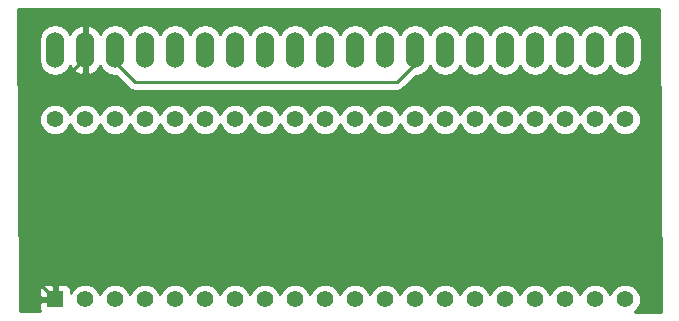
<source format=gbl>
G04 (created by PCBNEW (2013-07-07 BZR 4022)-stable) date 2/28/2015 2:35:59 PM*
%MOIN*%
G04 Gerber Fmt 3.4, Leading zero omitted, Abs format*
%FSLAX34Y34*%
G01*
G70*
G90*
G04 APERTURE LIST*
%ADD10C,0.00590551*%
%ADD11O,0.06X0.12*%
%ADD12R,0.055X0.055*%
%ADD13C,0.055*%
%ADD14C,0.01*%
G04 APERTURE END LIST*
G54D10*
G54D11*
X44834Y-38090D03*
X45834Y-38090D03*
X46834Y-38090D03*
X47834Y-38090D03*
X48834Y-38090D03*
X49834Y-38090D03*
X50834Y-38090D03*
X51834Y-38090D03*
X52834Y-38090D03*
X53834Y-38090D03*
X54834Y-38090D03*
X55834Y-38090D03*
X56834Y-38090D03*
X57834Y-38090D03*
X58834Y-38090D03*
X59834Y-38090D03*
X60834Y-38090D03*
X61834Y-38090D03*
X62834Y-38090D03*
X63834Y-38090D03*
G54D12*
X44834Y-46410D03*
G54D13*
X45834Y-46410D03*
X46834Y-46410D03*
X47834Y-46410D03*
X48834Y-46410D03*
X49834Y-46410D03*
X50834Y-46410D03*
X51834Y-46410D03*
X52834Y-46410D03*
X53834Y-46410D03*
X54834Y-46410D03*
X55834Y-46410D03*
X56834Y-46410D03*
X57834Y-46410D03*
X58834Y-46410D03*
X59834Y-46410D03*
X60834Y-46410D03*
X61834Y-46410D03*
X62834Y-46410D03*
X63834Y-46410D03*
X63834Y-40410D03*
X62834Y-40410D03*
X61834Y-40410D03*
X60834Y-40410D03*
X59834Y-40410D03*
X58834Y-40410D03*
X57834Y-40410D03*
X56834Y-40410D03*
X55834Y-40410D03*
X54834Y-40410D03*
X53834Y-40410D03*
X52834Y-40410D03*
X51834Y-40410D03*
X50834Y-40410D03*
X49834Y-40410D03*
X48834Y-40410D03*
X47834Y-40410D03*
X46834Y-40410D03*
X45834Y-40410D03*
X44834Y-40410D03*
G54D14*
X56834Y-38090D02*
X56834Y-38554D01*
X46834Y-38508D02*
X46834Y-38090D01*
X47490Y-39164D02*
X46834Y-38508D01*
X56224Y-39164D02*
X47490Y-39164D01*
X56834Y-38554D02*
X56224Y-39164D01*
X45834Y-38090D02*
X45834Y-38356D01*
X44124Y-45700D02*
X44834Y-46410D01*
X44124Y-40066D02*
X44124Y-45700D01*
X45834Y-38356D02*
X44124Y-40066D01*
G54D10*
G36*
X65044Y-46824D02*
X64384Y-46824D01*
X64384Y-38406D01*
X64384Y-37773D01*
X64342Y-37562D01*
X64222Y-37384D01*
X64044Y-37265D01*
X63834Y-37223D01*
X63623Y-37265D01*
X63445Y-37384D01*
X63334Y-37550D01*
X63222Y-37384D01*
X63044Y-37265D01*
X62834Y-37223D01*
X62623Y-37265D01*
X62445Y-37384D01*
X62334Y-37550D01*
X62222Y-37384D01*
X62044Y-37265D01*
X61834Y-37223D01*
X61623Y-37265D01*
X61445Y-37384D01*
X61334Y-37550D01*
X61222Y-37384D01*
X61044Y-37265D01*
X60834Y-37223D01*
X60623Y-37265D01*
X60445Y-37384D01*
X60334Y-37550D01*
X60222Y-37384D01*
X60044Y-37265D01*
X59834Y-37223D01*
X59623Y-37265D01*
X59445Y-37384D01*
X59334Y-37550D01*
X59222Y-37384D01*
X59044Y-37265D01*
X58834Y-37223D01*
X58623Y-37265D01*
X58445Y-37384D01*
X58334Y-37550D01*
X58222Y-37384D01*
X58044Y-37265D01*
X57834Y-37223D01*
X57623Y-37265D01*
X57445Y-37384D01*
X57334Y-37550D01*
X57222Y-37384D01*
X57044Y-37265D01*
X56834Y-37223D01*
X56623Y-37265D01*
X56445Y-37384D01*
X56334Y-37550D01*
X56222Y-37384D01*
X56044Y-37265D01*
X55834Y-37223D01*
X55623Y-37265D01*
X55445Y-37384D01*
X55334Y-37550D01*
X55222Y-37384D01*
X55044Y-37265D01*
X54834Y-37223D01*
X54623Y-37265D01*
X54445Y-37384D01*
X54334Y-37550D01*
X54222Y-37384D01*
X54044Y-37265D01*
X53834Y-37223D01*
X53623Y-37265D01*
X53445Y-37384D01*
X53334Y-37550D01*
X53222Y-37384D01*
X53044Y-37265D01*
X52834Y-37223D01*
X52623Y-37265D01*
X52445Y-37384D01*
X52334Y-37550D01*
X52222Y-37384D01*
X52044Y-37265D01*
X51834Y-37223D01*
X51623Y-37265D01*
X51445Y-37384D01*
X51334Y-37550D01*
X51222Y-37384D01*
X51044Y-37265D01*
X50834Y-37223D01*
X50623Y-37265D01*
X50445Y-37384D01*
X50334Y-37550D01*
X50222Y-37384D01*
X50044Y-37265D01*
X49834Y-37223D01*
X49623Y-37265D01*
X49445Y-37384D01*
X49334Y-37550D01*
X49222Y-37384D01*
X49044Y-37265D01*
X48834Y-37223D01*
X48623Y-37265D01*
X48445Y-37384D01*
X48334Y-37550D01*
X48222Y-37384D01*
X48044Y-37265D01*
X47834Y-37223D01*
X47623Y-37265D01*
X47445Y-37384D01*
X47334Y-37550D01*
X47222Y-37384D01*
X47044Y-37265D01*
X46834Y-37223D01*
X46623Y-37265D01*
X46445Y-37384D01*
X46329Y-37556D01*
X46322Y-37533D01*
X46187Y-37365D01*
X45998Y-37262D01*
X45969Y-37256D01*
X45884Y-37305D01*
X45884Y-38040D01*
X45891Y-38040D01*
X45891Y-38140D01*
X45884Y-38140D01*
X45884Y-38874D01*
X45969Y-38923D01*
X45998Y-38917D01*
X46187Y-38814D01*
X46322Y-38646D01*
X46329Y-38623D01*
X46445Y-38795D01*
X46623Y-38914D01*
X46834Y-38956D01*
X46854Y-38952D01*
X47277Y-39376D01*
X47277Y-39376D01*
X47375Y-39441D01*
X47490Y-39464D01*
X56224Y-39464D01*
X56224Y-39463D01*
X56338Y-39441D01*
X56338Y-39441D01*
X56436Y-39376D01*
X56860Y-38951D01*
X57044Y-38914D01*
X57222Y-38795D01*
X57334Y-38629D01*
X57445Y-38795D01*
X57623Y-38914D01*
X57834Y-38956D01*
X58044Y-38914D01*
X58222Y-38795D01*
X58334Y-38629D01*
X58445Y-38795D01*
X58623Y-38914D01*
X58834Y-38956D01*
X59044Y-38914D01*
X59222Y-38795D01*
X59334Y-38629D01*
X59445Y-38795D01*
X59623Y-38914D01*
X59834Y-38956D01*
X60044Y-38914D01*
X60222Y-38795D01*
X60334Y-38629D01*
X60445Y-38795D01*
X60623Y-38914D01*
X60834Y-38956D01*
X61044Y-38914D01*
X61222Y-38795D01*
X61334Y-38629D01*
X61445Y-38795D01*
X61623Y-38914D01*
X61834Y-38956D01*
X62044Y-38914D01*
X62222Y-38795D01*
X62334Y-38629D01*
X62445Y-38795D01*
X62623Y-38914D01*
X62834Y-38956D01*
X63044Y-38914D01*
X63222Y-38795D01*
X63334Y-38629D01*
X63445Y-38795D01*
X63623Y-38914D01*
X63834Y-38956D01*
X64044Y-38914D01*
X64222Y-38795D01*
X64342Y-38617D01*
X64384Y-38406D01*
X64384Y-46824D01*
X64162Y-46824D01*
X64278Y-46707D01*
X64358Y-46514D01*
X64359Y-46306D01*
X64359Y-40306D01*
X64279Y-40113D01*
X64131Y-39965D01*
X63938Y-39885D01*
X63730Y-39884D01*
X63537Y-39964D01*
X63389Y-40112D01*
X63333Y-40245D01*
X63279Y-40113D01*
X63131Y-39965D01*
X62938Y-39885D01*
X62730Y-39884D01*
X62537Y-39964D01*
X62389Y-40112D01*
X62333Y-40245D01*
X62279Y-40113D01*
X62131Y-39965D01*
X61938Y-39885D01*
X61730Y-39884D01*
X61537Y-39964D01*
X61389Y-40112D01*
X61333Y-40245D01*
X61279Y-40113D01*
X61131Y-39965D01*
X60938Y-39885D01*
X60730Y-39884D01*
X60537Y-39964D01*
X60389Y-40112D01*
X60333Y-40245D01*
X60279Y-40113D01*
X60131Y-39965D01*
X59938Y-39885D01*
X59730Y-39884D01*
X59537Y-39964D01*
X59389Y-40112D01*
X59333Y-40245D01*
X59279Y-40113D01*
X59131Y-39965D01*
X58938Y-39885D01*
X58730Y-39884D01*
X58537Y-39964D01*
X58389Y-40112D01*
X58333Y-40245D01*
X58279Y-40113D01*
X58131Y-39965D01*
X57938Y-39885D01*
X57730Y-39884D01*
X57537Y-39964D01*
X57389Y-40112D01*
X57333Y-40245D01*
X57279Y-40113D01*
X57131Y-39965D01*
X56938Y-39885D01*
X56730Y-39884D01*
X56537Y-39964D01*
X56389Y-40112D01*
X56333Y-40245D01*
X56279Y-40113D01*
X56131Y-39965D01*
X55938Y-39885D01*
X55730Y-39884D01*
X55537Y-39964D01*
X55389Y-40112D01*
X55333Y-40245D01*
X55279Y-40113D01*
X55131Y-39965D01*
X54938Y-39885D01*
X54730Y-39884D01*
X54537Y-39964D01*
X54389Y-40112D01*
X54333Y-40245D01*
X54279Y-40113D01*
X54131Y-39965D01*
X53938Y-39885D01*
X53730Y-39884D01*
X53537Y-39964D01*
X53389Y-40112D01*
X53333Y-40245D01*
X53279Y-40113D01*
X53131Y-39965D01*
X52938Y-39885D01*
X52730Y-39884D01*
X52537Y-39964D01*
X52389Y-40112D01*
X52333Y-40245D01*
X52279Y-40113D01*
X52131Y-39965D01*
X51938Y-39885D01*
X51730Y-39884D01*
X51537Y-39964D01*
X51389Y-40112D01*
X51333Y-40245D01*
X51279Y-40113D01*
X51131Y-39965D01*
X50938Y-39885D01*
X50730Y-39884D01*
X50537Y-39964D01*
X50389Y-40112D01*
X50333Y-40245D01*
X50279Y-40113D01*
X50131Y-39965D01*
X49938Y-39885D01*
X49730Y-39884D01*
X49537Y-39964D01*
X49389Y-40112D01*
X49333Y-40245D01*
X49279Y-40113D01*
X49131Y-39965D01*
X48938Y-39885D01*
X48730Y-39884D01*
X48537Y-39964D01*
X48389Y-40112D01*
X48333Y-40245D01*
X48279Y-40113D01*
X48131Y-39965D01*
X47938Y-39885D01*
X47730Y-39884D01*
X47537Y-39964D01*
X47389Y-40112D01*
X47333Y-40245D01*
X47279Y-40113D01*
X47131Y-39965D01*
X46938Y-39885D01*
X46730Y-39884D01*
X46537Y-39964D01*
X46389Y-40112D01*
X46333Y-40245D01*
X46279Y-40113D01*
X46131Y-39965D01*
X45938Y-39885D01*
X45784Y-39884D01*
X45784Y-38874D01*
X45784Y-38140D01*
X45776Y-38140D01*
X45776Y-38040D01*
X45784Y-38040D01*
X45784Y-37305D01*
X45698Y-37256D01*
X45669Y-37262D01*
X45480Y-37365D01*
X45345Y-37533D01*
X45338Y-37556D01*
X45222Y-37384D01*
X45044Y-37265D01*
X44834Y-37223D01*
X44623Y-37265D01*
X44445Y-37384D01*
X44325Y-37562D01*
X44284Y-37773D01*
X44284Y-38406D01*
X44325Y-38617D01*
X44445Y-38795D01*
X44623Y-38914D01*
X44834Y-38956D01*
X45044Y-38914D01*
X45222Y-38795D01*
X45338Y-38623D01*
X45345Y-38646D01*
X45480Y-38814D01*
X45669Y-38917D01*
X45698Y-38923D01*
X45784Y-38874D01*
X45784Y-39884D01*
X45730Y-39884D01*
X45537Y-39964D01*
X45389Y-40112D01*
X45333Y-40245D01*
X45279Y-40113D01*
X45131Y-39965D01*
X44938Y-39885D01*
X44730Y-39884D01*
X44537Y-39964D01*
X44389Y-40112D01*
X44309Y-40305D01*
X44308Y-40513D01*
X44388Y-40707D01*
X44536Y-40854D01*
X44729Y-40934D01*
X44937Y-40935D01*
X45131Y-40855D01*
X45278Y-40707D01*
X45334Y-40574D01*
X45388Y-40707D01*
X45536Y-40854D01*
X45729Y-40934D01*
X45937Y-40935D01*
X46131Y-40855D01*
X46278Y-40707D01*
X46334Y-40574D01*
X46388Y-40707D01*
X46536Y-40854D01*
X46729Y-40934D01*
X46937Y-40935D01*
X47131Y-40855D01*
X47278Y-40707D01*
X47334Y-40574D01*
X47388Y-40707D01*
X47536Y-40854D01*
X47729Y-40934D01*
X47937Y-40935D01*
X48131Y-40855D01*
X48278Y-40707D01*
X48334Y-40574D01*
X48388Y-40707D01*
X48536Y-40854D01*
X48729Y-40934D01*
X48937Y-40935D01*
X49131Y-40855D01*
X49278Y-40707D01*
X49334Y-40574D01*
X49388Y-40707D01*
X49536Y-40854D01*
X49729Y-40934D01*
X49937Y-40935D01*
X50131Y-40855D01*
X50278Y-40707D01*
X50334Y-40574D01*
X50388Y-40707D01*
X50536Y-40854D01*
X50729Y-40934D01*
X50937Y-40935D01*
X51131Y-40855D01*
X51278Y-40707D01*
X51334Y-40574D01*
X51388Y-40707D01*
X51536Y-40854D01*
X51729Y-40934D01*
X51937Y-40935D01*
X52131Y-40855D01*
X52278Y-40707D01*
X52334Y-40574D01*
X52388Y-40707D01*
X52536Y-40854D01*
X52729Y-40934D01*
X52937Y-40935D01*
X53131Y-40855D01*
X53278Y-40707D01*
X53334Y-40574D01*
X53388Y-40707D01*
X53536Y-40854D01*
X53729Y-40934D01*
X53937Y-40935D01*
X54131Y-40855D01*
X54278Y-40707D01*
X54334Y-40574D01*
X54388Y-40707D01*
X54536Y-40854D01*
X54729Y-40934D01*
X54937Y-40935D01*
X55131Y-40855D01*
X55278Y-40707D01*
X55334Y-40574D01*
X55388Y-40707D01*
X55536Y-40854D01*
X55729Y-40934D01*
X55937Y-40935D01*
X56131Y-40855D01*
X56278Y-40707D01*
X56334Y-40574D01*
X56388Y-40707D01*
X56536Y-40854D01*
X56729Y-40934D01*
X56937Y-40935D01*
X57131Y-40855D01*
X57278Y-40707D01*
X57334Y-40574D01*
X57388Y-40707D01*
X57536Y-40854D01*
X57729Y-40934D01*
X57937Y-40935D01*
X58131Y-40855D01*
X58278Y-40707D01*
X58334Y-40574D01*
X58388Y-40707D01*
X58536Y-40854D01*
X58729Y-40934D01*
X58937Y-40935D01*
X59131Y-40855D01*
X59278Y-40707D01*
X59334Y-40574D01*
X59388Y-40707D01*
X59536Y-40854D01*
X59729Y-40934D01*
X59937Y-40935D01*
X60131Y-40855D01*
X60278Y-40707D01*
X60334Y-40574D01*
X60388Y-40707D01*
X60536Y-40854D01*
X60729Y-40934D01*
X60937Y-40935D01*
X61131Y-40855D01*
X61278Y-40707D01*
X61334Y-40574D01*
X61388Y-40707D01*
X61536Y-40854D01*
X61729Y-40934D01*
X61937Y-40935D01*
X62131Y-40855D01*
X62278Y-40707D01*
X62334Y-40574D01*
X62388Y-40707D01*
X62536Y-40854D01*
X62729Y-40934D01*
X62937Y-40935D01*
X63131Y-40855D01*
X63278Y-40707D01*
X63334Y-40574D01*
X63388Y-40707D01*
X63536Y-40854D01*
X63729Y-40934D01*
X63937Y-40935D01*
X64131Y-40855D01*
X64278Y-40707D01*
X64358Y-40514D01*
X64359Y-40306D01*
X64359Y-46306D01*
X64279Y-46113D01*
X64131Y-45965D01*
X63938Y-45885D01*
X63730Y-45884D01*
X63537Y-45964D01*
X63389Y-46112D01*
X63333Y-46245D01*
X63279Y-46113D01*
X63131Y-45965D01*
X62938Y-45885D01*
X62730Y-45884D01*
X62537Y-45964D01*
X62389Y-46112D01*
X62333Y-46245D01*
X62279Y-46113D01*
X62131Y-45965D01*
X61938Y-45885D01*
X61730Y-45884D01*
X61537Y-45964D01*
X61389Y-46112D01*
X61333Y-46245D01*
X61279Y-46113D01*
X61131Y-45965D01*
X60938Y-45885D01*
X60730Y-45884D01*
X60537Y-45964D01*
X60389Y-46112D01*
X60333Y-46245D01*
X60279Y-46113D01*
X60131Y-45965D01*
X59938Y-45885D01*
X59730Y-45884D01*
X59537Y-45964D01*
X59389Y-46112D01*
X59333Y-46245D01*
X59279Y-46113D01*
X59131Y-45965D01*
X58938Y-45885D01*
X58730Y-45884D01*
X58537Y-45964D01*
X58389Y-46112D01*
X58333Y-46245D01*
X58279Y-46113D01*
X58131Y-45965D01*
X57938Y-45885D01*
X57730Y-45884D01*
X57537Y-45964D01*
X57389Y-46112D01*
X57333Y-46245D01*
X57279Y-46113D01*
X57131Y-45965D01*
X56938Y-45885D01*
X56730Y-45884D01*
X56537Y-45964D01*
X56389Y-46112D01*
X56333Y-46245D01*
X56279Y-46113D01*
X56131Y-45965D01*
X55938Y-45885D01*
X55730Y-45884D01*
X55537Y-45964D01*
X55389Y-46112D01*
X55333Y-46245D01*
X55279Y-46113D01*
X55131Y-45965D01*
X54938Y-45885D01*
X54730Y-45884D01*
X54537Y-45964D01*
X54389Y-46112D01*
X54333Y-46245D01*
X54279Y-46113D01*
X54131Y-45965D01*
X53938Y-45885D01*
X53730Y-45884D01*
X53537Y-45964D01*
X53389Y-46112D01*
X53333Y-46245D01*
X53279Y-46113D01*
X53131Y-45965D01*
X52938Y-45885D01*
X52730Y-45884D01*
X52537Y-45964D01*
X52389Y-46112D01*
X52333Y-46245D01*
X52279Y-46113D01*
X52131Y-45965D01*
X51938Y-45885D01*
X51730Y-45884D01*
X51537Y-45964D01*
X51389Y-46112D01*
X51333Y-46245D01*
X51279Y-46113D01*
X51131Y-45965D01*
X50938Y-45885D01*
X50730Y-45884D01*
X50537Y-45964D01*
X50389Y-46112D01*
X50333Y-46245D01*
X50279Y-46113D01*
X50131Y-45965D01*
X49938Y-45885D01*
X49730Y-45884D01*
X49537Y-45964D01*
X49389Y-46112D01*
X49333Y-46245D01*
X49279Y-46113D01*
X49131Y-45965D01*
X48938Y-45885D01*
X48730Y-45884D01*
X48537Y-45964D01*
X48389Y-46112D01*
X48333Y-46245D01*
X48279Y-46113D01*
X48131Y-45965D01*
X47938Y-45885D01*
X47730Y-45884D01*
X47537Y-45964D01*
X47389Y-46112D01*
X47333Y-46245D01*
X47279Y-46113D01*
X47131Y-45965D01*
X46938Y-45885D01*
X46730Y-45884D01*
X46537Y-45964D01*
X46389Y-46112D01*
X46333Y-46245D01*
X46279Y-46113D01*
X46131Y-45965D01*
X45938Y-45885D01*
X45730Y-45884D01*
X45537Y-45964D01*
X45389Y-46112D01*
X45359Y-46184D01*
X45359Y-46184D01*
X45358Y-46085D01*
X45320Y-45993D01*
X45250Y-45922D01*
X45158Y-45884D01*
X44946Y-45885D01*
X44884Y-45947D01*
X44884Y-46360D01*
X44891Y-46360D01*
X44891Y-46460D01*
X44884Y-46460D01*
X44884Y-46467D01*
X44784Y-46467D01*
X44784Y-46460D01*
X44784Y-46360D01*
X44784Y-45947D01*
X44721Y-45885D01*
X44509Y-45884D01*
X44417Y-45922D01*
X44347Y-45993D01*
X44309Y-46085D01*
X44308Y-46184D01*
X44309Y-46297D01*
X44371Y-46360D01*
X44784Y-46360D01*
X44784Y-46460D01*
X44371Y-46460D01*
X44309Y-46522D01*
X44308Y-46635D01*
X44309Y-46734D01*
X44340Y-46810D01*
X43669Y-46810D01*
X43589Y-36719D01*
X64979Y-36719D01*
X65044Y-46824D01*
X65044Y-46824D01*
G37*
G54D14*
X65044Y-46824D02*
X64384Y-46824D01*
X64384Y-38406D01*
X64384Y-37773D01*
X64342Y-37562D01*
X64222Y-37384D01*
X64044Y-37265D01*
X63834Y-37223D01*
X63623Y-37265D01*
X63445Y-37384D01*
X63334Y-37550D01*
X63222Y-37384D01*
X63044Y-37265D01*
X62834Y-37223D01*
X62623Y-37265D01*
X62445Y-37384D01*
X62334Y-37550D01*
X62222Y-37384D01*
X62044Y-37265D01*
X61834Y-37223D01*
X61623Y-37265D01*
X61445Y-37384D01*
X61334Y-37550D01*
X61222Y-37384D01*
X61044Y-37265D01*
X60834Y-37223D01*
X60623Y-37265D01*
X60445Y-37384D01*
X60334Y-37550D01*
X60222Y-37384D01*
X60044Y-37265D01*
X59834Y-37223D01*
X59623Y-37265D01*
X59445Y-37384D01*
X59334Y-37550D01*
X59222Y-37384D01*
X59044Y-37265D01*
X58834Y-37223D01*
X58623Y-37265D01*
X58445Y-37384D01*
X58334Y-37550D01*
X58222Y-37384D01*
X58044Y-37265D01*
X57834Y-37223D01*
X57623Y-37265D01*
X57445Y-37384D01*
X57334Y-37550D01*
X57222Y-37384D01*
X57044Y-37265D01*
X56834Y-37223D01*
X56623Y-37265D01*
X56445Y-37384D01*
X56334Y-37550D01*
X56222Y-37384D01*
X56044Y-37265D01*
X55834Y-37223D01*
X55623Y-37265D01*
X55445Y-37384D01*
X55334Y-37550D01*
X55222Y-37384D01*
X55044Y-37265D01*
X54834Y-37223D01*
X54623Y-37265D01*
X54445Y-37384D01*
X54334Y-37550D01*
X54222Y-37384D01*
X54044Y-37265D01*
X53834Y-37223D01*
X53623Y-37265D01*
X53445Y-37384D01*
X53334Y-37550D01*
X53222Y-37384D01*
X53044Y-37265D01*
X52834Y-37223D01*
X52623Y-37265D01*
X52445Y-37384D01*
X52334Y-37550D01*
X52222Y-37384D01*
X52044Y-37265D01*
X51834Y-37223D01*
X51623Y-37265D01*
X51445Y-37384D01*
X51334Y-37550D01*
X51222Y-37384D01*
X51044Y-37265D01*
X50834Y-37223D01*
X50623Y-37265D01*
X50445Y-37384D01*
X50334Y-37550D01*
X50222Y-37384D01*
X50044Y-37265D01*
X49834Y-37223D01*
X49623Y-37265D01*
X49445Y-37384D01*
X49334Y-37550D01*
X49222Y-37384D01*
X49044Y-37265D01*
X48834Y-37223D01*
X48623Y-37265D01*
X48445Y-37384D01*
X48334Y-37550D01*
X48222Y-37384D01*
X48044Y-37265D01*
X47834Y-37223D01*
X47623Y-37265D01*
X47445Y-37384D01*
X47334Y-37550D01*
X47222Y-37384D01*
X47044Y-37265D01*
X46834Y-37223D01*
X46623Y-37265D01*
X46445Y-37384D01*
X46329Y-37556D01*
X46322Y-37533D01*
X46187Y-37365D01*
X45998Y-37262D01*
X45969Y-37256D01*
X45884Y-37305D01*
X45884Y-38040D01*
X45891Y-38040D01*
X45891Y-38140D01*
X45884Y-38140D01*
X45884Y-38874D01*
X45969Y-38923D01*
X45998Y-38917D01*
X46187Y-38814D01*
X46322Y-38646D01*
X46329Y-38623D01*
X46445Y-38795D01*
X46623Y-38914D01*
X46834Y-38956D01*
X46854Y-38952D01*
X47277Y-39376D01*
X47277Y-39376D01*
X47375Y-39441D01*
X47490Y-39464D01*
X56224Y-39464D01*
X56224Y-39463D01*
X56338Y-39441D01*
X56338Y-39441D01*
X56436Y-39376D01*
X56860Y-38951D01*
X57044Y-38914D01*
X57222Y-38795D01*
X57334Y-38629D01*
X57445Y-38795D01*
X57623Y-38914D01*
X57834Y-38956D01*
X58044Y-38914D01*
X58222Y-38795D01*
X58334Y-38629D01*
X58445Y-38795D01*
X58623Y-38914D01*
X58834Y-38956D01*
X59044Y-38914D01*
X59222Y-38795D01*
X59334Y-38629D01*
X59445Y-38795D01*
X59623Y-38914D01*
X59834Y-38956D01*
X60044Y-38914D01*
X60222Y-38795D01*
X60334Y-38629D01*
X60445Y-38795D01*
X60623Y-38914D01*
X60834Y-38956D01*
X61044Y-38914D01*
X61222Y-38795D01*
X61334Y-38629D01*
X61445Y-38795D01*
X61623Y-38914D01*
X61834Y-38956D01*
X62044Y-38914D01*
X62222Y-38795D01*
X62334Y-38629D01*
X62445Y-38795D01*
X62623Y-38914D01*
X62834Y-38956D01*
X63044Y-38914D01*
X63222Y-38795D01*
X63334Y-38629D01*
X63445Y-38795D01*
X63623Y-38914D01*
X63834Y-38956D01*
X64044Y-38914D01*
X64222Y-38795D01*
X64342Y-38617D01*
X64384Y-38406D01*
X64384Y-46824D01*
X64162Y-46824D01*
X64278Y-46707D01*
X64358Y-46514D01*
X64359Y-46306D01*
X64359Y-40306D01*
X64279Y-40113D01*
X64131Y-39965D01*
X63938Y-39885D01*
X63730Y-39884D01*
X63537Y-39964D01*
X63389Y-40112D01*
X63333Y-40245D01*
X63279Y-40113D01*
X63131Y-39965D01*
X62938Y-39885D01*
X62730Y-39884D01*
X62537Y-39964D01*
X62389Y-40112D01*
X62333Y-40245D01*
X62279Y-40113D01*
X62131Y-39965D01*
X61938Y-39885D01*
X61730Y-39884D01*
X61537Y-39964D01*
X61389Y-40112D01*
X61333Y-40245D01*
X61279Y-40113D01*
X61131Y-39965D01*
X60938Y-39885D01*
X60730Y-39884D01*
X60537Y-39964D01*
X60389Y-40112D01*
X60333Y-40245D01*
X60279Y-40113D01*
X60131Y-39965D01*
X59938Y-39885D01*
X59730Y-39884D01*
X59537Y-39964D01*
X59389Y-40112D01*
X59333Y-40245D01*
X59279Y-40113D01*
X59131Y-39965D01*
X58938Y-39885D01*
X58730Y-39884D01*
X58537Y-39964D01*
X58389Y-40112D01*
X58333Y-40245D01*
X58279Y-40113D01*
X58131Y-39965D01*
X57938Y-39885D01*
X57730Y-39884D01*
X57537Y-39964D01*
X57389Y-40112D01*
X57333Y-40245D01*
X57279Y-40113D01*
X57131Y-39965D01*
X56938Y-39885D01*
X56730Y-39884D01*
X56537Y-39964D01*
X56389Y-40112D01*
X56333Y-40245D01*
X56279Y-40113D01*
X56131Y-39965D01*
X55938Y-39885D01*
X55730Y-39884D01*
X55537Y-39964D01*
X55389Y-40112D01*
X55333Y-40245D01*
X55279Y-40113D01*
X55131Y-39965D01*
X54938Y-39885D01*
X54730Y-39884D01*
X54537Y-39964D01*
X54389Y-40112D01*
X54333Y-40245D01*
X54279Y-40113D01*
X54131Y-39965D01*
X53938Y-39885D01*
X53730Y-39884D01*
X53537Y-39964D01*
X53389Y-40112D01*
X53333Y-40245D01*
X53279Y-40113D01*
X53131Y-39965D01*
X52938Y-39885D01*
X52730Y-39884D01*
X52537Y-39964D01*
X52389Y-40112D01*
X52333Y-40245D01*
X52279Y-40113D01*
X52131Y-39965D01*
X51938Y-39885D01*
X51730Y-39884D01*
X51537Y-39964D01*
X51389Y-40112D01*
X51333Y-40245D01*
X51279Y-40113D01*
X51131Y-39965D01*
X50938Y-39885D01*
X50730Y-39884D01*
X50537Y-39964D01*
X50389Y-40112D01*
X50333Y-40245D01*
X50279Y-40113D01*
X50131Y-39965D01*
X49938Y-39885D01*
X49730Y-39884D01*
X49537Y-39964D01*
X49389Y-40112D01*
X49333Y-40245D01*
X49279Y-40113D01*
X49131Y-39965D01*
X48938Y-39885D01*
X48730Y-39884D01*
X48537Y-39964D01*
X48389Y-40112D01*
X48333Y-40245D01*
X48279Y-40113D01*
X48131Y-39965D01*
X47938Y-39885D01*
X47730Y-39884D01*
X47537Y-39964D01*
X47389Y-40112D01*
X47333Y-40245D01*
X47279Y-40113D01*
X47131Y-39965D01*
X46938Y-39885D01*
X46730Y-39884D01*
X46537Y-39964D01*
X46389Y-40112D01*
X46333Y-40245D01*
X46279Y-40113D01*
X46131Y-39965D01*
X45938Y-39885D01*
X45784Y-39884D01*
X45784Y-38874D01*
X45784Y-38140D01*
X45776Y-38140D01*
X45776Y-38040D01*
X45784Y-38040D01*
X45784Y-37305D01*
X45698Y-37256D01*
X45669Y-37262D01*
X45480Y-37365D01*
X45345Y-37533D01*
X45338Y-37556D01*
X45222Y-37384D01*
X45044Y-37265D01*
X44834Y-37223D01*
X44623Y-37265D01*
X44445Y-37384D01*
X44325Y-37562D01*
X44284Y-37773D01*
X44284Y-38406D01*
X44325Y-38617D01*
X44445Y-38795D01*
X44623Y-38914D01*
X44834Y-38956D01*
X45044Y-38914D01*
X45222Y-38795D01*
X45338Y-38623D01*
X45345Y-38646D01*
X45480Y-38814D01*
X45669Y-38917D01*
X45698Y-38923D01*
X45784Y-38874D01*
X45784Y-39884D01*
X45730Y-39884D01*
X45537Y-39964D01*
X45389Y-40112D01*
X45333Y-40245D01*
X45279Y-40113D01*
X45131Y-39965D01*
X44938Y-39885D01*
X44730Y-39884D01*
X44537Y-39964D01*
X44389Y-40112D01*
X44309Y-40305D01*
X44308Y-40513D01*
X44388Y-40707D01*
X44536Y-40854D01*
X44729Y-40934D01*
X44937Y-40935D01*
X45131Y-40855D01*
X45278Y-40707D01*
X45334Y-40574D01*
X45388Y-40707D01*
X45536Y-40854D01*
X45729Y-40934D01*
X45937Y-40935D01*
X46131Y-40855D01*
X46278Y-40707D01*
X46334Y-40574D01*
X46388Y-40707D01*
X46536Y-40854D01*
X46729Y-40934D01*
X46937Y-40935D01*
X47131Y-40855D01*
X47278Y-40707D01*
X47334Y-40574D01*
X47388Y-40707D01*
X47536Y-40854D01*
X47729Y-40934D01*
X47937Y-40935D01*
X48131Y-40855D01*
X48278Y-40707D01*
X48334Y-40574D01*
X48388Y-40707D01*
X48536Y-40854D01*
X48729Y-40934D01*
X48937Y-40935D01*
X49131Y-40855D01*
X49278Y-40707D01*
X49334Y-40574D01*
X49388Y-40707D01*
X49536Y-40854D01*
X49729Y-40934D01*
X49937Y-40935D01*
X50131Y-40855D01*
X50278Y-40707D01*
X50334Y-40574D01*
X50388Y-40707D01*
X50536Y-40854D01*
X50729Y-40934D01*
X50937Y-40935D01*
X51131Y-40855D01*
X51278Y-40707D01*
X51334Y-40574D01*
X51388Y-40707D01*
X51536Y-40854D01*
X51729Y-40934D01*
X51937Y-40935D01*
X52131Y-40855D01*
X52278Y-40707D01*
X52334Y-40574D01*
X52388Y-40707D01*
X52536Y-40854D01*
X52729Y-40934D01*
X52937Y-40935D01*
X53131Y-40855D01*
X53278Y-40707D01*
X53334Y-40574D01*
X53388Y-40707D01*
X53536Y-40854D01*
X53729Y-40934D01*
X53937Y-40935D01*
X54131Y-40855D01*
X54278Y-40707D01*
X54334Y-40574D01*
X54388Y-40707D01*
X54536Y-40854D01*
X54729Y-40934D01*
X54937Y-40935D01*
X55131Y-40855D01*
X55278Y-40707D01*
X55334Y-40574D01*
X55388Y-40707D01*
X55536Y-40854D01*
X55729Y-40934D01*
X55937Y-40935D01*
X56131Y-40855D01*
X56278Y-40707D01*
X56334Y-40574D01*
X56388Y-40707D01*
X56536Y-40854D01*
X56729Y-40934D01*
X56937Y-40935D01*
X57131Y-40855D01*
X57278Y-40707D01*
X57334Y-40574D01*
X57388Y-40707D01*
X57536Y-40854D01*
X57729Y-40934D01*
X57937Y-40935D01*
X58131Y-40855D01*
X58278Y-40707D01*
X58334Y-40574D01*
X58388Y-40707D01*
X58536Y-40854D01*
X58729Y-40934D01*
X58937Y-40935D01*
X59131Y-40855D01*
X59278Y-40707D01*
X59334Y-40574D01*
X59388Y-40707D01*
X59536Y-40854D01*
X59729Y-40934D01*
X59937Y-40935D01*
X60131Y-40855D01*
X60278Y-40707D01*
X60334Y-40574D01*
X60388Y-40707D01*
X60536Y-40854D01*
X60729Y-40934D01*
X60937Y-40935D01*
X61131Y-40855D01*
X61278Y-40707D01*
X61334Y-40574D01*
X61388Y-40707D01*
X61536Y-40854D01*
X61729Y-40934D01*
X61937Y-40935D01*
X62131Y-40855D01*
X62278Y-40707D01*
X62334Y-40574D01*
X62388Y-40707D01*
X62536Y-40854D01*
X62729Y-40934D01*
X62937Y-40935D01*
X63131Y-40855D01*
X63278Y-40707D01*
X63334Y-40574D01*
X63388Y-40707D01*
X63536Y-40854D01*
X63729Y-40934D01*
X63937Y-40935D01*
X64131Y-40855D01*
X64278Y-40707D01*
X64358Y-40514D01*
X64359Y-40306D01*
X64359Y-46306D01*
X64279Y-46113D01*
X64131Y-45965D01*
X63938Y-45885D01*
X63730Y-45884D01*
X63537Y-45964D01*
X63389Y-46112D01*
X63333Y-46245D01*
X63279Y-46113D01*
X63131Y-45965D01*
X62938Y-45885D01*
X62730Y-45884D01*
X62537Y-45964D01*
X62389Y-46112D01*
X62333Y-46245D01*
X62279Y-46113D01*
X62131Y-45965D01*
X61938Y-45885D01*
X61730Y-45884D01*
X61537Y-45964D01*
X61389Y-46112D01*
X61333Y-46245D01*
X61279Y-46113D01*
X61131Y-45965D01*
X60938Y-45885D01*
X60730Y-45884D01*
X60537Y-45964D01*
X60389Y-46112D01*
X60333Y-46245D01*
X60279Y-46113D01*
X60131Y-45965D01*
X59938Y-45885D01*
X59730Y-45884D01*
X59537Y-45964D01*
X59389Y-46112D01*
X59333Y-46245D01*
X59279Y-46113D01*
X59131Y-45965D01*
X58938Y-45885D01*
X58730Y-45884D01*
X58537Y-45964D01*
X58389Y-46112D01*
X58333Y-46245D01*
X58279Y-46113D01*
X58131Y-45965D01*
X57938Y-45885D01*
X57730Y-45884D01*
X57537Y-45964D01*
X57389Y-46112D01*
X57333Y-46245D01*
X57279Y-46113D01*
X57131Y-45965D01*
X56938Y-45885D01*
X56730Y-45884D01*
X56537Y-45964D01*
X56389Y-46112D01*
X56333Y-46245D01*
X56279Y-46113D01*
X56131Y-45965D01*
X55938Y-45885D01*
X55730Y-45884D01*
X55537Y-45964D01*
X55389Y-46112D01*
X55333Y-46245D01*
X55279Y-46113D01*
X55131Y-45965D01*
X54938Y-45885D01*
X54730Y-45884D01*
X54537Y-45964D01*
X54389Y-46112D01*
X54333Y-46245D01*
X54279Y-46113D01*
X54131Y-45965D01*
X53938Y-45885D01*
X53730Y-45884D01*
X53537Y-45964D01*
X53389Y-46112D01*
X53333Y-46245D01*
X53279Y-46113D01*
X53131Y-45965D01*
X52938Y-45885D01*
X52730Y-45884D01*
X52537Y-45964D01*
X52389Y-46112D01*
X52333Y-46245D01*
X52279Y-46113D01*
X52131Y-45965D01*
X51938Y-45885D01*
X51730Y-45884D01*
X51537Y-45964D01*
X51389Y-46112D01*
X51333Y-46245D01*
X51279Y-46113D01*
X51131Y-45965D01*
X50938Y-45885D01*
X50730Y-45884D01*
X50537Y-45964D01*
X50389Y-46112D01*
X50333Y-46245D01*
X50279Y-46113D01*
X50131Y-45965D01*
X49938Y-45885D01*
X49730Y-45884D01*
X49537Y-45964D01*
X49389Y-46112D01*
X49333Y-46245D01*
X49279Y-46113D01*
X49131Y-45965D01*
X48938Y-45885D01*
X48730Y-45884D01*
X48537Y-45964D01*
X48389Y-46112D01*
X48333Y-46245D01*
X48279Y-46113D01*
X48131Y-45965D01*
X47938Y-45885D01*
X47730Y-45884D01*
X47537Y-45964D01*
X47389Y-46112D01*
X47333Y-46245D01*
X47279Y-46113D01*
X47131Y-45965D01*
X46938Y-45885D01*
X46730Y-45884D01*
X46537Y-45964D01*
X46389Y-46112D01*
X46333Y-46245D01*
X46279Y-46113D01*
X46131Y-45965D01*
X45938Y-45885D01*
X45730Y-45884D01*
X45537Y-45964D01*
X45389Y-46112D01*
X45359Y-46184D01*
X45359Y-46184D01*
X45358Y-46085D01*
X45320Y-45993D01*
X45250Y-45922D01*
X45158Y-45884D01*
X44946Y-45885D01*
X44884Y-45947D01*
X44884Y-46360D01*
X44891Y-46360D01*
X44891Y-46460D01*
X44884Y-46460D01*
X44884Y-46467D01*
X44784Y-46467D01*
X44784Y-46460D01*
X44784Y-46360D01*
X44784Y-45947D01*
X44721Y-45885D01*
X44509Y-45884D01*
X44417Y-45922D01*
X44347Y-45993D01*
X44309Y-46085D01*
X44308Y-46184D01*
X44309Y-46297D01*
X44371Y-46360D01*
X44784Y-46360D01*
X44784Y-46460D01*
X44371Y-46460D01*
X44309Y-46522D01*
X44308Y-46635D01*
X44309Y-46734D01*
X44340Y-46810D01*
X43669Y-46810D01*
X43589Y-36719D01*
X64979Y-36719D01*
X65044Y-46824D01*
M02*

</source>
